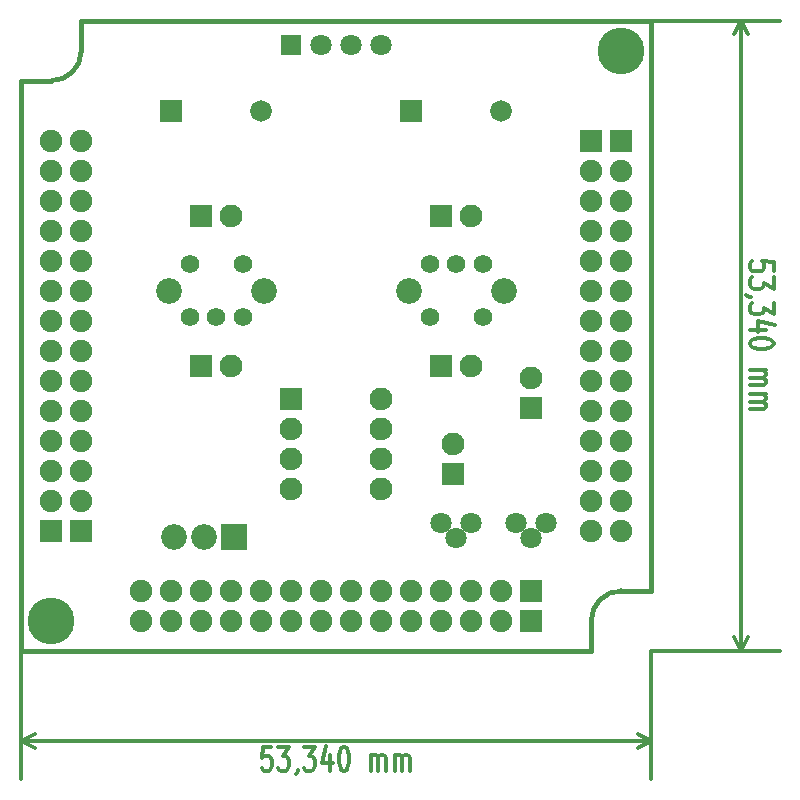
<source format=gbs>
G04 (created by PCBNEW (2013-mar-13)-testing) date Tue 11 Feb 2014 12:39:58 PM CET*
%MOIN*%
G04 Gerber Fmt 3.4, Leading zero omitted, Abs format*
%FSLAX34Y34*%
G01*
G70*
G90*
G04 APERTURE LIST*
%ADD10C,0.005906*%
%ADD11C,0.015000*%
%ADD12C,0.012000*%
%ADD13R,0.075100X0.075100*%
%ADD14C,0.075100*%
%ADD15C,0.156000*%
%ADD16C,0.071118*%
%ADD17R,0.076000X0.076000*%
%ADD18C,0.076000*%
%ADD19C,0.062000*%
%ADD20C,0.086000*%
%ADD21R,0.072000X0.072000*%
%ADD22C,0.072000*%
%ADD23R,0.071000X0.071000*%
%ADD24C,0.071000*%
%ADD25R,0.086000X0.086000*%
G04 APERTURE END LIST*
G54D10*
G54D11*
X19000Y-40000D02*
X19000Y-21000D01*
X38000Y-40000D02*
X19000Y-40000D01*
X40000Y-19000D02*
X40000Y-38000D01*
X21000Y-19000D02*
X40000Y-19000D01*
X39000Y-38000D02*
X40000Y-38000D01*
X38000Y-39500D02*
X38000Y-40000D01*
X19500Y-21000D02*
X19000Y-21000D01*
X21000Y-19500D02*
X21000Y-19000D01*
X20000Y-21000D02*
X19500Y-21000D01*
X21000Y-20000D02*
X21000Y-19500D01*
X38000Y-39000D02*
X38000Y-39500D01*
X39000Y-38000D02*
G75*
G03X38000Y-39000I0J-1000D01*
G74*
G01*
X20000Y-21000D02*
G75*
G03X21000Y-20000I0J1000D01*
G74*
G01*
G54D12*
X44077Y-27328D02*
X44077Y-27042D01*
X43696Y-27014D01*
X43734Y-27042D01*
X43772Y-27099D01*
X43772Y-27242D01*
X43734Y-27299D01*
X43696Y-27328D01*
X43619Y-27357D01*
X43429Y-27357D01*
X43353Y-27328D01*
X43315Y-27299D01*
X43277Y-27242D01*
X43277Y-27099D01*
X43315Y-27042D01*
X43353Y-27014D01*
X44077Y-27557D02*
X44077Y-27928D01*
X43772Y-27728D01*
X43772Y-27814D01*
X43734Y-27871D01*
X43696Y-27899D01*
X43619Y-27928D01*
X43429Y-27928D01*
X43353Y-27899D01*
X43315Y-27871D01*
X43277Y-27814D01*
X43277Y-27642D01*
X43315Y-27585D01*
X43353Y-27557D01*
X43315Y-28214D02*
X43277Y-28214D01*
X43200Y-28185D01*
X43162Y-28157D01*
X44077Y-28414D02*
X44077Y-28785D01*
X43772Y-28585D01*
X43772Y-28671D01*
X43734Y-28728D01*
X43696Y-28757D01*
X43619Y-28785D01*
X43429Y-28785D01*
X43353Y-28757D01*
X43315Y-28728D01*
X43277Y-28671D01*
X43277Y-28500D01*
X43315Y-28442D01*
X43353Y-28414D01*
X43810Y-29300D02*
X43277Y-29300D01*
X44115Y-29157D02*
X43543Y-29014D01*
X43543Y-29385D01*
X44077Y-29728D02*
X44077Y-29785D01*
X44039Y-29842D01*
X44000Y-29871D01*
X43924Y-29900D01*
X43772Y-29928D01*
X43581Y-29928D01*
X43429Y-29900D01*
X43353Y-29871D01*
X43315Y-29842D01*
X43277Y-29785D01*
X43277Y-29728D01*
X43315Y-29671D01*
X43353Y-29642D01*
X43429Y-29614D01*
X43581Y-29585D01*
X43772Y-29585D01*
X43924Y-29614D01*
X44000Y-29642D01*
X44039Y-29671D01*
X44077Y-29728D01*
X43277Y-30642D02*
X43810Y-30642D01*
X43734Y-30642D02*
X43772Y-30671D01*
X43810Y-30728D01*
X43810Y-30814D01*
X43772Y-30871D01*
X43696Y-30900D01*
X43277Y-30900D01*
X43696Y-30900D02*
X43772Y-30928D01*
X43810Y-30985D01*
X43810Y-31071D01*
X43772Y-31128D01*
X43696Y-31157D01*
X43277Y-31157D01*
X43277Y-31442D02*
X43810Y-31442D01*
X43734Y-31442D02*
X43772Y-31471D01*
X43810Y-31528D01*
X43810Y-31614D01*
X43772Y-31671D01*
X43696Y-31700D01*
X43277Y-31700D01*
X43696Y-31700D02*
X43772Y-31728D01*
X43810Y-31785D01*
X43810Y-31871D01*
X43772Y-31928D01*
X43696Y-31957D01*
X43277Y-31957D01*
X42999Y-19000D02*
X42999Y-40000D01*
X40000Y-19000D02*
X44279Y-19000D01*
X40000Y-40000D02*
X44279Y-40000D01*
X42999Y-40000D02*
X42769Y-39557D01*
X42999Y-40000D02*
X43229Y-39557D01*
X42999Y-19000D02*
X42769Y-19443D01*
X42999Y-19000D02*
X43229Y-19443D01*
X27328Y-43200D02*
X27042Y-43200D01*
X27014Y-43581D01*
X27042Y-43543D01*
X27099Y-43505D01*
X27242Y-43505D01*
X27299Y-43543D01*
X27328Y-43581D01*
X27357Y-43658D01*
X27357Y-43848D01*
X27328Y-43924D01*
X27299Y-43962D01*
X27242Y-44000D01*
X27099Y-44000D01*
X27042Y-43962D01*
X27014Y-43924D01*
X27557Y-43200D02*
X27928Y-43200D01*
X27728Y-43505D01*
X27814Y-43505D01*
X27871Y-43543D01*
X27899Y-43581D01*
X27928Y-43658D01*
X27928Y-43848D01*
X27899Y-43924D01*
X27871Y-43962D01*
X27814Y-44000D01*
X27642Y-44000D01*
X27585Y-43962D01*
X27557Y-43924D01*
X28214Y-43962D02*
X28214Y-44000D01*
X28185Y-44077D01*
X28157Y-44115D01*
X28414Y-43200D02*
X28785Y-43200D01*
X28585Y-43505D01*
X28671Y-43505D01*
X28728Y-43543D01*
X28757Y-43581D01*
X28785Y-43658D01*
X28785Y-43848D01*
X28757Y-43924D01*
X28728Y-43962D01*
X28671Y-44000D01*
X28500Y-44000D01*
X28442Y-43962D01*
X28414Y-43924D01*
X29300Y-43467D02*
X29300Y-44000D01*
X29157Y-43162D02*
X29014Y-43734D01*
X29385Y-43734D01*
X29728Y-43200D02*
X29785Y-43200D01*
X29842Y-43239D01*
X29871Y-43277D01*
X29900Y-43353D01*
X29928Y-43505D01*
X29928Y-43696D01*
X29900Y-43848D01*
X29871Y-43924D01*
X29842Y-43962D01*
X29785Y-44000D01*
X29728Y-44000D01*
X29671Y-43962D01*
X29642Y-43924D01*
X29614Y-43848D01*
X29585Y-43696D01*
X29585Y-43505D01*
X29614Y-43353D01*
X29642Y-43277D01*
X29671Y-43239D01*
X29728Y-43200D01*
X30642Y-44000D02*
X30642Y-43467D01*
X30642Y-43543D02*
X30671Y-43505D01*
X30728Y-43467D01*
X30814Y-43467D01*
X30871Y-43505D01*
X30900Y-43581D01*
X30900Y-44000D01*
X30900Y-43581D02*
X30928Y-43505D01*
X30985Y-43467D01*
X31071Y-43467D01*
X31128Y-43505D01*
X31157Y-43581D01*
X31157Y-44000D01*
X31442Y-44000D02*
X31442Y-43467D01*
X31442Y-43543D02*
X31471Y-43505D01*
X31528Y-43467D01*
X31614Y-43467D01*
X31671Y-43505D01*
X31700Y-43581D01*
X31700Y-44000D01*
X31700Y-43581D02*
X31728Y-43505D01*
X31785Y-43467D01*
X31871Y-43467D01*
X31928Y-43505D01*
X31957Y-43581D01*
X31957Y-44000D01*
X19000Y-42999D02*
X40000Y-42999D01*
X19000Y-40000D02*
X19000Y-44279D01*
X40000Y-40000D02*
X40000Y-44279D01*
X40000Y-42999D02*
X39557Y-43229D01*
X40000Y-42999D02*
X39557Y-42769D01*
X19000Y-42999D02*
X19443Y-43229D01*
X19000Y-42999D02*
X19443Y-42769D01*
G54D13*
X36000Y-39000D03*
G54D14*
X35000Y-39000D03*
X34000Y-39000D03*
X33000Y-39000D03*
X32000Y-39000D03*
X31000Y-39000D03*
X30000Y-39000D03*
X29000Y-39000D03*
X28000Y-39000D03*
X27000Y-39000D03*
X26000Y-39000D03*
X25000Y-39000D03*
X24000Y-39000D03*
X23000Y-39000D03*
G54D13*
X39000Y-23000D03*
G54D14*
X39000Y-24000D03*
X39000Y-25000D03*
X39000Y-26000D03*
X39000Y-27000D03*
X39000Y-28000D03*
X39000Y-29000D03*
X39000Y-30000D03*
X39000Y-31000D03*
X39000Y-32000D03*
X39000Y-33000D03*
X39000Y-34000D03*
X39000Y-35000D03*
X39000Y-36000D03*
G54D13*
X21000Y-36000D03*
G54D14*
X21000Y-35000D03*
X21000Y-34000D03*
X21000Y-33000D03*
X21000Y-32000D03*
X21000Y-31000D03*
X21000Y-30000D03*
X21000Y-29000D03*
X21000Y-28000D03*
X21000Y-27000D03*
X21000Y-26000D03*
X21000Y-25000D03*
X21000Y-24000D03*
X21000Y-23000D03*
G54D13*
X20000Y-36000D03*
G54D14*
X20000Y-35000D03*
X20000Y-34000D03*
X20000Y-33000D03*
X20000Y-32000D03*
X20000Y-31000D03*
X20000Y-30000D03*
X20000Y-29000D03*
X20000Y-28000D03*
X20000Y-27000D03*
X20000Y-26000D03*
X20000Y-25000D03*
X20000Y-24000D03*
X20000Y-23000D03*
G54D13*
X38000Y-23000D03*
G54D14*
X38000Y-24000D03*
X38000Y-25000D03*
X38000Y-26000D03*
X38000Y-27000D03*
X38000Y-28000D03*
X38000Y-29000D03*
X38000Y-30000D03*
X38000Y-31000D03*
X38000Y-32000D03*
X38000Y-33000D03*
X38000Y-34000D03*
X38000Y-35000D03*
X38000Y-36000D03*
G54D13*
X36000Y-38000D03*
G54D14*
X35000Y-38000D03*
X34000Y-38000D03*
X33000Y-38000D03*
X32000Y-38000D03*
X31000Y-38000D03*
X30000Y-38000D03*
X29000Y-38000D03*
X28000Y-38000D03*
X27000Y-38000D03*
X26000Y-38000D03*
X25000Y-38000D03*
X24000Y-38000D03*
X23000Y-38000D03*
G54D15*
X20000Y-39000D03*
X39000Y-20000D03*
G54D16*
X36500Y-35750D03*
X36000Y-36250D03*
X35500Y-35750D03*
X34000Y-35750D03*
X33500Y-36250D03*
X33000Y-35750D03*
G54D17*
X28000Y-31600D03*
G54D18*
X28000Y-32600D03*
X28000Y-33600D03*
X28000Y-34600D03*
X31000Y-34600D03*
X31000Y-33600D03*
X31000Y-32600D03*
X31000Y-31600D03*
G54D17*
X33000Y-30500D03*
G54D18*
X34000Y-30500D03*
G54D17*
X25000Y-25500D03*
G54D18*
X26000Y-25500D03*
G54D17*
X33000Y-25500D03*
G54D18*
X34000Y-25500D03*
G54D17*
X25000Y-30500D03*
G54D18*
X26000Y-30500D03*
G54D19*
X24614Y-28885D03*
X25500Y-28885D03*
X26385Y-28885D03*
X26385Y-27114D03*
X24614Y-27114D03*
G54D20*
X27074Y-28000D03*
X23925Y-28000D03*
G54D19*
X34385Y-27114D03*
X33500Y-27114D03*
X32614Y-27114D03*
X32614Y-28885D03*
X34385Y-28885D03*
G54D20*
X31925Y-28000D03*
X35074Y-28000D03*
G54D21*
X32000Y-22000D03*
G54D22*
X35000Y-22000D03*
G54D21*
X24000Y-22000D03*
G54D22*
X27000Y-22000D03*
G54D17*
X33400Y-34100D03*
G54D18*
X33400Y-33100D03*
G54D17*
X36000Y-31900D03*
G54D18*
X36000Y-30900D03*
G54D23*
X28000Y-19800D03*
G54D24*
X29000Y-19800D03*
X30000Y-19800D03*
X31000Y-19800D03*
G54D20*
X24100Y-36200D03*
X25100Y-36200D03*
G54D25*
X26100Y-36200D03*
M02*

</source>
